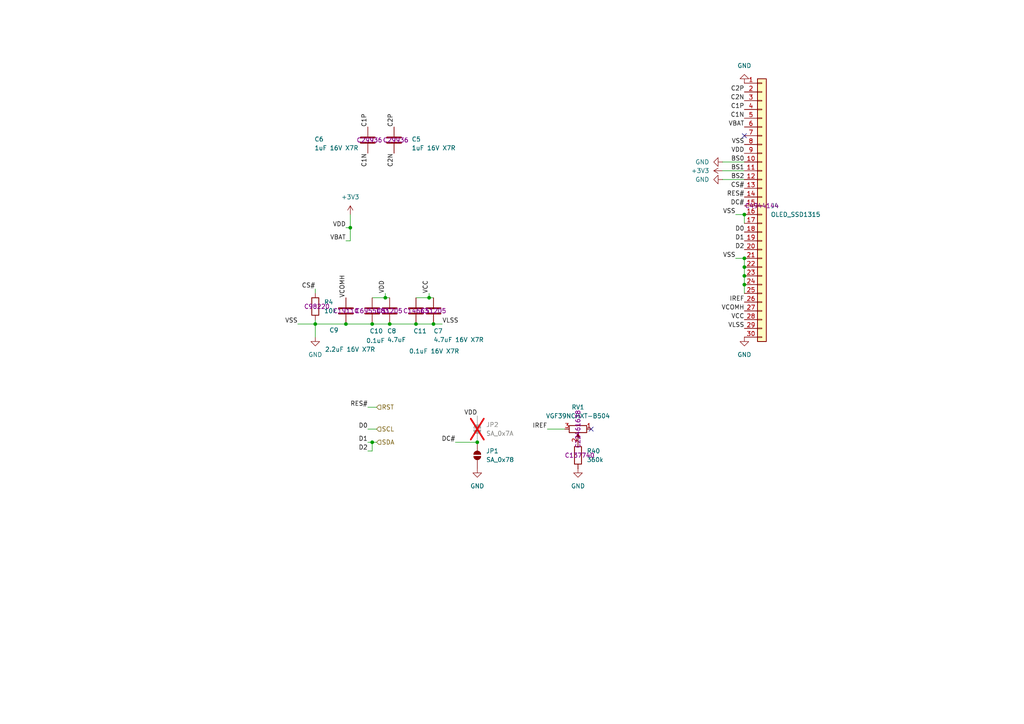
<source format=kicad_sch>
(kicad_sch (version 20250114) (generator "eeschema") (generator_version "9.0")
  (paper "A4")
  (lib_symbols
    (symbol "Connector_Generic:Conn_01x30" (pin_names (offset 1.016) (hide yes))
      (property "Reference" "J" (at 0 38.1 0))
      (property "Value" "Conn_01x30" (at 0 -40.64 0))
      (symbol "Conn_01x30_1_1"
        (rectangle (start -1.27 36.83) (end 1.27 -39.37) (stroke (width 0.254)) (fill (type background)))
        (rectangle (start -1.27 35.687) (end 0 35.433) (stroke (width 0.1524)))
        (rectangle (start -1.27 33.147) (end 0 32.893) (stroke (width 0.1524)))
        (rectangle (start -1.27 30.607) (end 0 30.353) (stroke (width 0.1524)))
        (rectangle (start -1.27 28.067) (end 0 27.813) (stroke (width 0.1524)))
        (rectangle (start -1.27 25.527) (end 0 25.273) (stroke (width 0.1524)))
        (rectangle (start -1.27 22.987) (end 0 22.733) (stroke (width 0.1524)))
        (rectangle (start -1.27 20.447) (end 0 20.193) (stroke (width 0.1524)))
        (rectangle (start -1.27 17.907) (end 0 17.653) (stroke (width 0.1524)))
        (rectangle (start -1.27 15.367) (end 0 15.113) (stroke (width 0.1524)))
        (rectangle (start -1.27 12.827) (end 0 12.573) (stroke (width 0.1524)))
        (rectangle (start -1.27 10.287) (end 0 10.033) (stroke (width 0.1524)))
        (rectangle (start -1.27 7.747) (end 0 7.493) (stroke (width 0.1524)))
        (rectangle (start -1.27 5.207) (end 0 4.953) (stroke (width 0.1524)))
        (rectangle (start -1.27 2.667) (end 0 2.413) (stroke (width 0.1524)))
        (rectangle (start -1.27 0.127) (end 0 -0.127) (stroke (width 0.1524)))
        (rectangle (start -1.27 -2.413) (end 0 -2.667) (stroke (width 0.1524)))
        (rectangle (start -1.27 -4.953) (end 0 -5.207) (stroke (width 0.1524)))
        (rectangle (start -1.27 -7.493) (end 0 -7.747) (stroke (width 0.1524)))
        (rectangle (start -1.27 -10.033) (end 0 -10.287) (stroke (width 0.1524)))
        (rectangle (start -1.27 -12.573) (end 0 -12.827) (stroke (width 0.1524)))
        (rectangle (start -1.27 -15.113) (end 0 -15.367) (stroke (width 0.1524)))
        (rectangle (start -1.27 -17.653) (end 0 -17.907) (stroke (width 0.1524)))
        (rectangle (start -1.27 -20.193) (end 0 -20.447) (stroke (width 0.1524)))
        (rectangle (start -1.27 -22.733) (end 0 -22.987) (stroke (width 0.1524)))
        (rectangle (start -1.27 -25.273) (end 0 -25.527) (stroke (width 0.1524)))
        (rectangle (start -1.27 -27.813) (end 0 -28.067) (stroke (width 0.1524)))
        (rectangle (start -1.27 -30.353) (end 0 -30.607) (stroke (width 0.1524)))
        (rectangle (start -1.27 -32.893) (end 0 -33.147) (stroke (width 0.1524)))
        (rectangle (start -1.27 -35.433) (end 0 -35.687) (stroke (width 0.1524)))
        (rectangle (start -1.27 -37.973) (end 0 -38.227) (stroke (width 0.1524)))
        (pin passive line (at -5.08 35.56 0) (length 3.81) (name "Pin_1") (number "1"))
        (pin passive line (at -5.08 33.02 0) (length 3.81) (name "Pin_2") (number "2"))
        (pin passive line (at -5.08 30.48 0) (length 3.81) (name "Pin_3") (number "3"))
        (pin passive line (at -5.08 27.94 0) (length 3.81) (name "Pin_4") (number "4"))
        (pin passive line (at -5.08 25.4 0) (length 3.81) (name "Pin_5") (number "5"))
        (pin passive line (at -5.08 22.86 0) (length 3.81) (name "Pin_6") (number "6"))
        (pin passive line (at -5.08 20.32 0) (length 3.81) (name "Pin_7") (number "7"))
        (pin passive line (at -5.08 17.78 0) (length 3.81) (name "Pin_8") (number "8"))
        (pin passive line (at -5.08 15.24 0) (length 3.81) (name "Pin_9") (number "9"))
        (pin passive line (at -5.08 12.7 0) (length 3.81) (name "Pin_10") (number "10"))
        (pin passive line (at -5.08 10.16 0) (length 3.81) (name "Pin_11") (number "11"))
        (pin passive line (at -5.08 7.62 0) (length 3.81) (name "Pin_12") (number "12"))
        (pin passive line (at -5.08 5.08 0) (length 3.81) (name "Pin_13") (number "13"))
        (pin passive line (at -5.08 2.54 0) (length 3.81) (name "Pin_14") (number "14"))
        (pin passive line (at -5.08 0 0) (length 3.81) (name "Pin_15") (number "15"))
        (pin passive line (at -5.08 -2.54 0) (length 3.81) (name "Pin_16") (number "16"))
        (pin passive line (at -5.08 -5.08 0) (length 3.81) (name "Pin_17") (number "17"))
        (pin passive line (at -5.08 -7.62 0) (length 3.81) (name "Pin_18") (number "18"))
        (pin passive line (at -5.08 -10.16 0) (length 3.81) (name "Pin_19") (number "19"))
        (pin passive line (at -5.08 -12.7 0) (length 3.81) (name "Pin_20") (number "20"))
        (pin passive line (at -5.08 -15.24 0) (length 3.81) (name "Pin_21") (number "21"))
        (pin passive line (at -5.08 -17.78 0) (length 3.81) (name "Pin_22") (number "22"))
        (pin passive line (at -5.08 -20.32 0) (length 3.81) (name "Pin_23") (number "23"))
        (pin passive line (at -5.08 -22.86 0) (length 3.81) (name "Pin_24") (number "24"))
        (pin passive line (at -5.08 -25.4 0) (length 3.81) (name "Pin_25") (number "25"))
        (pin passive line (at -5.08 -27.94 0) (length 3.81) (name "Pin_26") (number "26"))
        (pin passive line (at -5.08 -30.48 0) (length 3.81) (name "Pin_27") (number "27"))
        (pin passive line (at -5.08 -33.02 0) (length 3.81) (name "Pin_28") (number "28"))
        (pin passive line (at -5.08 -35.56 0) (length 3.81) (name "Pin_29") (number "29"))
        (pin passive line (at -5.08 -38.1 0) (length 3.81) (name "Pin_30") (number "30"))
      )
    )
    (symbol "Device:C" (pin_numbers (hide yes)) (pin_names (offset 0.254))
      (property "Reference" "C" (at 0.635 2.54 0))
      (property "Value" "C" (at 0.635 -2.54 0))
      (symbol "C_0_1"
        (polyline (pts (xy -2.032 0.762) (xy 2.032 0.762)) (stroke (width 0.508)))
        (polyline (pts (xy -2.032 -0.762) (xy 2.032 -0.762)) (stroke (width 0.508)))
      )
      (symbol "C_1_1"
        (pin passive line (at 0 3.81 270) (length 2.794) (name "~") (number "1"))
        (pin passive line (at 0 -3.81 90) (length 2.794) (name "~") (number "2"))
      )
    )
    (symbol "Device:R" (pin_numbers (hide yes)) (pin_names (offset 0))
      (property "Reference" "R" (at 2.032 0 90))
      (property "Value" "R" (at 0 0 90))
      (symbol "R_0_1"
        (rectangle (start -1.016 -2.54) (end 1.016 2.54) (stroke (width 0.254)))
      )
      (symbol "R_1_1"
        (pin passive line (at 0 3.81 270) (length 1.27) (name "~") (number "1"))
        (pin passive line (at 0 -3.81 90) (length 1.27) (name "~") (number "2"))
      )
    )
    (symbol "Device:R_Potentiometer" (pin_names (offset 1.016) (hide yes))
      (property "Reference" "RV" (at -4.445 0 90))
      (property "Value" "R_Potentiometer" (at -2.54 0 90))
      (symbol "R_Potentiometer_0_1"
        (rectangle (start 1.016 2.54) (end -1.016 -2.54) (stroke (width 0.254)))
        (polyline (pts (xy 1.143 0) (xy 2.286 0.508) (xy 2.286 -0.508) (xy 1.143 0)) (fill (type outline)))
        (polyline (pts (xy 2.54 0) (xy 1.524 0)))
      )
      (symbol "R_Potentiometer_1_1"
        (pin passive line (at 0 3.81 270) (length 1.27) (name "1") (number "1"))
        (pin passive line (at 0 -3.81 90) (length 1.27) (name "3") (number "3"))
        (pin passive line (at 3.81 0 180) (length 1.27) (name "2") (number "2"))
      )
    )
    (symbol "Jumper:SolderJumper_2_Open" (pin_numbers (hide yes)) (pin_names (offset 0) (hide yes)) (exclude_from_sim yes) (in_bom no)
      (property "Reference" "JP" (at 0 2.032 0))
      (property "Value" "SolderJumper_2_Open" (at 0 -2.54 0))
      (symbol "SolderJumper_2_Open_0_1"
        (polyline (pts (xy -0.254 1.016) (xy -0.254 -1.016)))
        (arc (start -0.254 -1.016) (mid -1.2656 0) (end -0.254 1.016))
        (arc (start -0.254 -1.016) (mid -1.2656 0) (end -0.254 1.016) (fill (type outline)))
        (arc (start 0.254 1.016) (mid 1.2656 0) (end 0.254 -1.016))
        (arc (start 0.254 1.016) (mid 1.2656 0) (end 0.254 -1.016) (fill (type outline)))
        (polyline (pts (xy 0.254 1.016) (xy 0.254 -1.016)))
      )
      (symbol "SolderJumper_2_Open_1_1"
        (pin passive line (at -3.81 0 0) (length 2.54) (name "A") (number "1"))
        (pin passive line (at 3.81 0 180) (length 2.54) (name "B") (number "2"))
      )
    )
    (symbol "power:+3V3" (power) (pin_numbers (hide yes)) (pin_names (offset 0) (hide yes))
      (property "Value" "+3V3" (at 0 3.556 0))
      (symbol "+3V3_0_1"
        (polyline (pts (xy -0.762 1.27) (xy 0 2.54)))
        (polyline (pts (xy 0 2.54) (xy 0.762 1.27)))
        (polyline (pts (xy 0 0) (xy 0 2.54)))
      )
      (symbol "+3V3_1_1"
        (pin power_in line (at 0 0 90) (length 0) (name "~") (number "1"))
      )
    )
    (symbol "power:GND" (power) (pin_numbers (hide yes)) (pin_names (offset 0) (hide yes))
      (property "Value" "GND" (at 0 -3.81 0))
      (symbol "GND_0_1"
        (polyline (pts (xy 0 0) (xy 0 -1.27) (xy 1.27 -1.27) (xy 0 -2.54) (xy -1.27 -1.27) (xy 0 -1.27)))
      )
      (symbol "GND_1_1"
        (pin power_in line (at 0 0 270) (length 0) (name "~") (number "1"))
      )
    )
  )
  (junction (at 215.9 77.47))
  (junction (at 215.9 82.55))
  (junction (at 215.9 74.93))
  (junction (at 125.73 93.98))
  (junction (at 100.33 93.98))
  (junction (at 215.9 62.23))
  (junction (at 91.44 93.98))
  (junction (at 113.03 93.98))
  (junction (at 107.95 93.98))
  (junction (at 124.46 86.36))
  (junction (at 215.9 80.01))
  (junction (at 101.6 66.04))
  (junction (at 111.76 86.36))
  (junction (at 138.43 128.27))
  (junction (at 107.95 128.27))
  (junction (at 120.65 93.98))
  (no_connect (at 215.9 39.37))
  (no_connect (at 171.45 124.46))
  (wire (pts (xy 106.68 118.11) (xy 109.22 118.11)))
  (wire (pts (xy 106.68 130.81) (xy 107.95 130.81)))
  (wire (pts (xy 111.76 86.36) (xy 107.95 86.36)))
  (wire (pts (xy 109.22 128.27) (xy 107.95 128.27)))
  (wire (pts (xy 101.6 62.23) (xy 101.6 66.04)))
  (wire (pts (xy 215.9 62.23) (xy 215.9 64.77)))
  (wire (pts (xy 111.76 85.09) (xy 111.76 86.36)))
  (wire (pts (xy 128.27 93.98) (xy 125.73 93.98)))
  (wire (pts (xy 100.33 69.85) (xy 101.6 69.85)))
  (wire (pts (xy 91.44 83.82) (xy 91.44 85.09)))
  (wire (pts (xy 124.46 86.36) (xy 125.73 86.36)))
  (wire (pts (xy 91.44 92.71) (xy 91.44 93.98)))
  (wire (pts (xy 91.44 93.98) (xy 86.36 93.98)))
  (wire (pts (xy 213.36 62.23) (xy 215.9 62.23)))
  (wire (pts (xy 213.36 74.93) (xy 215.9 74.93)))
  (wire (pts (xy 111.76 86.36) (xy 113.03 86.36)))
  (wire (pts (xy 124.46 85.09) (xy 124.46 86.36)))
  (wire (pts (xy 209.55 49.53) (xy 215.9 49.53)))
  (wire (pts (xy 109.22 124.46) (xy 106.68 124.46)))
  (wire (pts (xy 124.46 86.36) (xy 120.65 86.36)))
  (wire (pts (xy 132.08 128.27) (xy 138.43 128.27)))
  (wire (pts (xy 113.03 93.98) (xy 120.65 93.98)))
  (wire (pts (xy 120.65 93.98) (xy 125.73 93.98)))
  (wire (pts (xy 215.9 82.55) (xy 215.9 85.09)))
  (wire (pts (xy 100.33 66.04) (xy 101.6 66.04)))
  (wire (pts (xy 209.55 46.99) (xy 215.9 46.99)))
  (wire (pts (xy 209.55 52.07) (xy 215.9 52.07)))
  (wire (pts (xy 158.75 124.46) (xy 163.83 124.46)))
  (wire (pts (xy 100.33 93.98) (xy 107.95 93.98)))
  (wire (pts (xy 107.95 130.81) (xy 107.95 128.27)))
  (wire (pts (xy 101.6 66.04) (xy 101.6 69.85)))
  (wire (pts (xy 91.44 93.98) (xy 100.33 93.98)))
  (wire (pts (xy 91.44 97.79) (xy 91.44 93.98)))
  (wire (pts (xy 215.9 80.01) (xy 215.9 82.55)))
  (wire (pts (xy 215.9 77.47) (xy 215.9 80.01)))
  (wire (pts (xy 215.9 74.93) (xy 215.9 77.47)))
  (wire (pts (xy 107.95 128.27) (xy 106.68 128.27)))
  (wire (pts (xy 107.95 93.98) (xy 113.03 93.98)))
  (label "D0" (at 106.68 124.46 180))
  (label "DC#" (at 132.08 128.27 180))
  (label "CS#" (at 91.44 83.82 180))
  (label "C1P" (at 106.68 36.83 90))
  (label "C1N" (at 215.9 34.29 180))
  (label "VSS" (at 213.36 74.93 180))
  (label "C2P" (at 215.9 26.67 180))
  (label "D2" (at 106.68 130.81 180))
  (label "VDD" (at 111.76 85.09 90))
  (label "C1N" (at 106.68 44.45 270))
  (label "D1" (at 215.9 69.85 180))
  (label "DC#" (at 215.9 59.69 180))
  (label "RES#" (at 106.68 118.11 180))
  (label "VSS" (at 215.9 41.91 180))
  (label "VDD" (at 215.9 44.45 180))
  (label "IREF" (at 158.75 124.46 180))
  (label "VCOMH" (at 215.9 90.17 180))
  (label "BS0" (at 215.9 46.99 180))
  (label "VDD" (at 100.33 66.04 180))
  (label "RES#" (at 215.9 57.15 180))
  (label "VLSS" (at 215.9 95.25 180))
  (label "BS1" (at 215.9 49.53 180))
  (label "VSS" (at 213.36 62.23 180))
  (label "C1P" (at 215.9 31.75 180))
  (label "VCOMH" (at 100.33 86.36 90))
  (label "C2N" (at 215.9 29.21 180))
  (label "C2N" (at 114.3 44.45 270))
  (label "VDD" (at 138.43 120.65 180))
  (label "VLSS" (at 128.27 93.98 0))
  (label "VBAT" (at 100.33 69.85 180))
  (label "VBAT" (at 215.9 36.83 180))
  (label "C2P" (at 114.3 36.83 90))
  (label "D2" (at 215.9 72.39 180))
  (label "D1" (at 106.68 128.27 180))
  (label "IREF" (at 215.9 87.63 180))
  (label "CS#" (at 215.9 54.61 180))
  (label "VSS" (at 86.36 93.98 180))
  (label "VCC" (at 124.46 85.09 90))
  (label "D0" (at 215.9 67.31 180))
  (label "BS2" (at 215.9 52.07 180))
  (label "VCC" (at 215.9 92.71 180))
  (hierarchical_label "RST" (shape input) (at 109.22 118.11 0))
  (hierarchical_label "SDA" (shape input) (at 109.22 128.27 0))
  (hierarchical_label "SCL" (shape input) (at 109.22 124.46 0))
  (symbol (lib_id "Device:R") (at 91.44 88.9 0) (unit 1)
    (property "Reference" "R39" (at 93.98 87.6299 0) (effects (justify left)))
    (property "Value" "10k" (at 93.98 90.1699 0) (effects (justify left)))
    (property "Footprint" "Resistor_SMD:R_0603_1608Metric" (effects (hide yes)))
    (property "Description" "Resistor" (effects (hide yes)))
    (property "LCSC Part" " C98220" (at 91.44 88.9 0))
    (instances (project "thingamajig" (path "" (reference "R4") (unit 1))) (project "" (path "" (reference "R39") (unit 1))))
  )
  (symbol (lib_id "power:GND") (at 209.55 46.99 270) (unit 1)
    (property "Reference" "#PWR078" (effects (hide yes)))
    (property "Value" "GND" (at 205.74 46.9899 90) (effects (justify right)))
    (property "Description" "Power symbol creates a global label with name \"GND\" , ground" (effects (hide yes)))
  )
  (symbol (lib_id "power:GND") (at 215.9 24.13 180) (unit 1)
    (property "Reference" "#PWR076" (effects (hide yes)))
    (property "Value" "GND" (at 215.9 19.05 0))
    (property "Description" "Power symbol creates a global label with name \"GND\" , ground" (effects (hide yes)))
  )
  (symbol (lib_id "power:GND") (at 215.9 97.79 0) (unit 1)
    (property "Reference" "#PWR082" (effects (hide yes)))
    (property "Value" "GND" (at 215.9 102.87 0))
    (property "Description" "Power symbol creates a global label with name \"GND\" , ground" (effects (hide yes)))
  )
  (symbol (lib_id "power:GND") (at 91.44 97.79 0) (unit 1)
    (property "Reference" "#PWR081" (effects (hide yes)))
    (property "Value" "GND" (at 91.44 102.87 0))
    (property "Description" "Power symbol creates a global label with name \"GND\" , ground" (effects (hide yes)))
    (instances (project "" (path "" (reference "#PWR010") (unit 1))) (project "" (path "" (reference "#PWR081") (unit 1))))
  )
  (symbol (lib_id "Jumper:SolderJumper_2_Open") (at 138.43 132.08 90) (unit 1) (in_bom no)
    (property "Reference" "JP2" (at 140.97 130.8099 90) (effects (justify right)))
    (property "Value" "SA_0x78" (at 140.97 133.3499 90) (effects (justify right)))
    (property "Footprint" "Jumper:SolderJumper-2_P1.3mm_Open_RoundedPad1.0x1.5mm" (effects (hide yes)))
    (property "Description" "Solder Jumper, 2-pole, open" (effects (hide yes)))
    (instances (project "" (path "" (reference "JP1") (unit 1))) (project "" (path "" (reference "JP2") (unit 1))))
  )
  (symbol (lib_id "Device:C") (at 113.03 90.17 0) (unit 1)
    (property "Reference" "C42" (at 112.268 96.012 0) (effects (justify left)))
    (property "Value" "4.7uF" (at 112.268 98.552 0) (effects (justify left)))
    (property "Footprint" "Capacitor_SMD:C_1206_3216Metric" (effects (hide yes)))
    (property "Description" "Unpolarized capacitor" (effects (hide yes)))
    (property "LCSC Part" "C51205" (at 113.03 90.17 0))
    (instances (project "thingamajig" (path "" (reference "C8") (unit 1))) (project "" (path "" (reference "C42") (unit 1))))
  )
  (symbol (lib_id "Jumper:SolderJumper_2_Open") (at 138.43 124.46 90) (unit 1) (in_bom no) (dnp yes)
    (property "Reference" "JP1" (at 140.97 123.1899 90) (effects (justify right)))
    (property "Value" "SA_0x7A" (at 140.97 125.7299 90) (effects (justify right)))
    (property "Footprint" "Jumper:SolderJumper-2_P1.3mm_Open_RoundedPad1.0x1.5mm" (effects (hide yes)))
    (property "Description" "Solder Jumper, 2-pole, open" (effects (hide yes)))
    (instances (project "thingamajig" (path "" (reference "JP2") (unit 1))) (project "" (path "" (reference "JP1") (unit 1))))
  )
  (symbol (lib_id "Device:C") (at 125.73 90.17 0) (unit 1)
    (property "Reference" "C44" (at 125.73 96.012 0) (effects (justify left)))
    (property "Value" "4.7uF 16V X7R" (at 125.73 98.552 0) (effects (justify left)))
    (property "Footprint" "Capacitor_SMD:C_1206_3216Metric" (effects (hide yes)))
    (property "Description" "Unpolarized capacitor" (effects (hide yes)))
    (property "LCSC Part" "C51205" (at 125.73 90.17 0))
    (instances (project "thingamajig" (path "" (reference "C7") (unit 1))) (project "" (path "" (reference "C44") (unit 1))))
  )
  (symbol (lib_id "power:GND") (at 138.43 135.89 0) (unit 1)
    (property "Reference" "#PWR083" (effects (hide yes)))
    (property "Value" "GND" (at 138.43 140.97 0))
    (property "Description" "Power symbol creates a global label with name \"GND\" , ground" (effects (hide yes)))
    (instances (project "" (path "" (reference "#PWR012") (unit 1))) (project "" (path "" (reference "#PWR083") (unit 1))))
  )
  (symbol (lib_id "power:+3V3") (at 101.6 62.23 0) (unit 1)
    (property "Reference" "#PWR077" (effects (hide yes)))
    (property "Value" "+3V3" (at 101.6 57.15 0))
    (property "Description" "Power symbol creates a global label with name \"+3V3\"" (effects (hide yes)))
    (instances (project "" (path "" (reference "#PWR09") (unit 1))) (project "" (path "" (reference "#PWR077") (unit 1))))
  )
  (symbol (lib_id "Device:C") (at 120.65 90.17 0) (unit 1)
    (property "Reference" "C43" (at 119.888 96.012 0) (effects (justify left)))
    (property "Value" "0.1uF 16V X7R" (at 118.618 101.854 0) (effects (justify left)))
    (property "Footprint" "Capacitor_SMD:C_0603_1608Metric" (effects (hide yes)))
    (property "Description" "Unpolarized capacitor" (effects (hide yes)))
    (property "LCSC Part" "C14663" (at 120.65 90.17 0))
    (instances (project "thingamajig" (path "" (reference "C11") (unit 1))) (project "" (path "" (reference "C43") (unit 1))))
  )
  (symbol (lib_id "Device:C") (at 107.95 90.17 0) (unit 1)
    (property "Reference" "C41" (at 107.188 96.012 0) (effects (justify left)))
    (property "Value" "0.1uF" (at 106.172 98.806 0) (effects (justify left)))
    (property "Footprint" "Capacitor_SMD:C_0603_1608Metric" (effects (hide yes)))
    (property "Description" "Unpolarized capacitor" (effects (hide yes)))
    (property "LCSC Part" "C6955083" (at 107.95 90.17 0))
    (instances (project "thingamajig" (path "" (reference "C10") (unit 1))) (project "" (path "" (reference "C41") (unit 1))))
  )
  (symbol (lib_id "Device:C") (at 114.3 40.64 0) (unit 1)
    (property "Reference" "C39" (at 119.38 40.386 0) (effects (justify left)))
    (property "Value" "1uF 16V X7R" (at 119.38 42.926 0) (effects (justify left)))
    (property "Footprint" "Capacitor_SMD:C_0603_1608Metric" (effects (hide yes)))
    (property "Description" "Unpolarized capacitor" (effects (hide yes)))
    (property "LCSC Part" " C29936" (at 114.3 40.64 0))
    (instances (project "" (path "" (reference "C5") (unit 1))) (project "" (path "" (reference "C39") (unit 1))))
  )
  (symbol (lib_id "Device:C") (at 106.68 40.64 0) (unit 1)
    (property "Reference" "C38" (at 91.186 40.386 0) (effects (justify left)))
    (property "Value" "1uF 16V X7R" (at 91.186 42.926 0) (effects (justify left)))
    (property "Footprint" "Capacitor_SMD:C_0603_1608Metric" (effects (hide yes)))
    (property "Description" "Unpolarized capacitor" (effects (hide yes)))
    (property "LCSC Part" " C29936" (at 106.68 40.64 0))
    (instances (project "thingamajig" (path "" (reference "C6") (unit 1))) (project "" (path "" (reference "C38") (unit 1))))
  )
  (symbol (lib_id "Connector_Generic:Conn_01x30") (at 220.98 59.69 0) (unit 1)
    (property "Reference" "J4" (at 223.52 59.6899 0) (effects (justify left)))
    (property "Value" "OLED_SSD1315" (at 223.52 62.2299 0) (effects (justify left)))
    (property "Description" "Generic connector, single row, 01x30, script generated (kicad-library-utils/schlib/autogen/connector/)" (effects (hide yes)))
    (property "LCSC Part" "C4944144" (at 220.98 59.69 0))
  )
  (symbol (lib_id "power:GND") (at 209.55 52.07 270) (unit 1)
    (property "Reference" "#PWR080" (effects (hide yes)))
    (property "Value" "GND" (at 205.74 52.0699 90) (effects (justify right)))
    (property "Description" "Power symbol creates a global label with name \"GND\" , ground" (effects (hide yes)))
  )
  (symbol (lib_id "power:+3V3") (at 209.55 49.53 90) (unit 1)
    (property "Reference" "#PWR079" (effects (hide yes)))
    (property "Value" "+3V3" (at 205.74 49.5299 90) (effects (justify left)))
    (property "Description" "Power symbol creates a global label with name \"+3V3\"" (effects (hide yes)))
  )
  (symbol (lib_id "Device:R") (at 167.64 132.08 0) (unit 1)
    (property "Reference" "R40" (at 170.18 130.8099 0) (effects (justify left)))
    (property "Value" "360k" (at 170.18 133.3499 0) (effects (justify left)))
    (property "Footprint" "Resistor_SMD:R_0603_1608Metric" (effects (hide yes)))
    (property "Description" "Resistor" (effects (hide yes)))
    (property "LCSC Part" " C137740" (at 167.64 132.08 0))
  )
  (symbol (lib_id "Device:R_Potentiometer") (at 167.64 124.46 270) (unit 1)
    (property "Reference" "RV1" (at 167.64 118.11 90))
    (property "Value" "VGF39NCHXT-B504" (at 167.64 120.65 90))
    (property "Footprint" "LCSC:RES-ADJ-SMD_3P-L3.8-W3.7_VGF39NCHXT" (effects (hide yes)))
    (property "Description" "Potentiometer" (effects (hide yes)))
    (property "LCSC Part" "C22461638" (at 167.64 124.46 0))
  )
  (symbol (lib_id "power:GND") (at 167.64 135.89 0) (unit 1)
    (property "Reference" "#PWR084" (effects (hide yes)))
    (property "Value" "GND" (at 167.64 140.97 0))
    (property "Description" "Power symbol creates a global label with name \"GND\" , ground" (effects (hide yes)))
  )
  (symbol (lib_id "Device:C") (at 100.33 90.17 0) (unit 1)
    (property "Reference" "C40" (at 95.504 95.758 0) (effects (justify left)))
    (property "Value" "2.2uF 16V X7R" (at 94.234 101.346 0) (effects (justify left)))
    (property "Footprint" "Capacitor_SMD:C_0805_2012Metric" (effects (hide yes)))
    (property "Description" "Unpolarized capacitor" (effects (hide yes)))
    (property "LCSC Part" "C19110" (at 100.33 90.17 0))
    (instances (project "thingamajig" (path "" (reference "C9") (unit 1))) (project "" (path "" (reference "C40") (unit 1))))
  )
)
</source>
